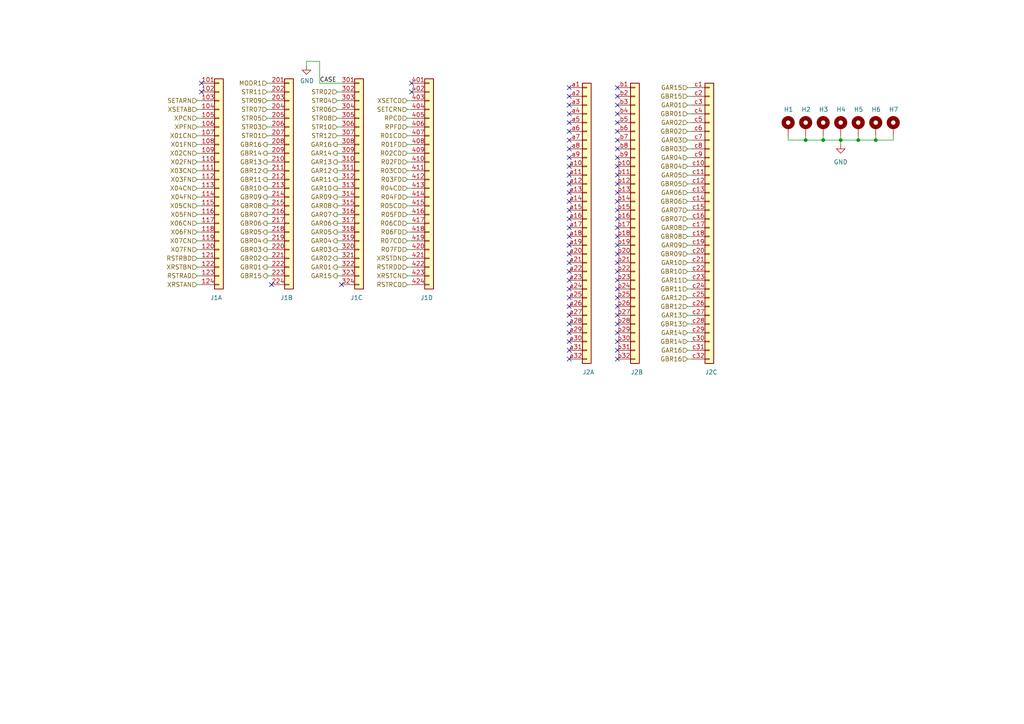
<source format=kicad_sch>
(kicad_sch (version 20211123) (generator eeschema)
  (paper "A4")
  (lib_symbols
    (symbol "Mechanical:MountingHole_Pad" (pin_numbers hide) (pin_names (offset 1.016) hide)
      (property "Reference" "H" (at 0 6.35 0))
      (property "Value" "MountingHole_Pad" (at 0 4.445 0))
      (symbol "MountingHole_Pad_0_1"
        (circle (center 0 1.27) (radius 1.27) (stroke (width 1.27)))
      )
      (symbol "MountingHole_Pad_1_1"
        (pin input line (at 0 -2.54 90) (length 2.54) (name "1") (number "1"))
      )
    )
    (symbol "lachesis:Conn_04x24" (pin_names (offset 1.016) hide)
      (property "Reference" "J" (at 0 30.48 0))
      (property "Value" "lachesis_Conn_04x24" (at 0 -33.02 0))
      (symbol "Conn_04x24_1_1"
        (rectangle (start -1.27 -30.353) (end 0 -30.607) (stroke (width 0.1524)))
        (rectangle (start -1.27 -27.813) (end 0 -28.067) (stroke (width 0.1524)))
        (rectangle (start -1.27 -25.273) (end 0 -25.527) (stroke (width 0.1524)))
        (rectangle (start -1.27 -22.733) (end 0 -22.987) (stroke (width 0.1524)))
        (rectangle (start -1.27 -20.193) (end 0 -20.447) (stroke (width 0.1524)))
        (rectangle (start -1.27 -17.653) (end 0 -17.907) (stroke (width 0.1524)))
        (rectangle (start -1.27 -15.113) (end 0 -15.367) (stroke (width 0.1524)))
        (rectangle (start -1.27 -12.573) (end 0 -12.827) (stroke (width 0.1524)))
        (rectangle (start -1.27 -10.033) (end 0 -10.287) (stroke (width 0.1524)))
        (rectangle (start -1.27 -7.493) (end 0 -7.747) (stroke (width 0.1524)))
        (rectangle (start -1.27 -4.953) (end 0 -5.207) (stroke (width 0.1524)))
        (rectangle (start -1.27 -2.413) (end 0 -2.667) (stroke (width 0.1524)))
        (rectangle (start -1.27 0.127) (end 0 -0.127) (stroke (width 0.1524)))
        (rectangle (start -1.27 2.667) (end 0 2.413) (stroke (width 0.1524)))
        (rectangle (start -1.27 5.207) (end 0 4.953) (stroke (width 0.1524)))
        (rectangle (start -1.27 7.747) (end 0 7.493) (stroke (width 0.1524)))
        (rectangle (start -1.27 10.287) (end 0 10.033) (stroke (width 0.1524)))
        (rectangle (start -1.27 12.827) (end 0 12.573) (stroke (width 0.1524)))
        (rectangle (start -1.27 15.367) (end 0 15.113) (stroke (width 0.1524)))
        (rectangle (start -1.27 17.907) (end 0 17.653) (stroke (width 0.1524)))
        (rectangle (start -1.27 20.447) (end 0 20.193) (stroke (width 0.1524)))
        (rectangle (start -1.27 22.987) (end 0 22.733) (stroke (width 0.1524)))
        (rectangle (start -1.27 25.527) (end 0 25.273) (stroke (width 0.1524)))
        (rectangle (start -1.27 28.067) (end 0 27.813) (stroke (width 0.1524)))
        (rectangle (start -1.27 29.21) (end 1.27 -31.75) (stroke (width 0.254)) (fill (type background)))
        (pin passive line (at -5.08 27.94 0) (length 3.81) (name "Pin_101") (number "101"))
        (pin passive line (at -5.08 25.4 0) (length 3.81) (name "Pin_102") (number "102"))
        (pin passive line (at -5.08 22.86 0) (length 3.81) (name "Pin_103") (number "103"))
        (pin passive line (at -5.08 20.32 0) (length 3.81) (name "Pin_104") (number "104"))
        (pin passive line (at -5.08 17.78 0) (length 3.81) (name "Pin_105") (number "105"))
        (pin passive line (at -5.08 15.24 0) (length 3.81) (name "Pin_106") (number "106"))
        (pin passive line (at -5.08 12.7 0) (length 3.81) (name "Pin_107") (number "107"))
        (pin passive line (at -5.08 10.16 0) (length 3.81) (name "Pin_108") (number "108"))
        (pin passive line (at -5.08 7.62 0) (length 3.81) (name "Pin_109") (number "109"))
        (pin passive line (at -5.08 5.08 0) (length 3.81) (name "Pin_110") (number "110"))
        (pin passive line (at -5.08 2.54 0) (length 3.81) (name "Pin_111") (number "111"))
        (pin passive line (at -5.08 0 0) (length 3.81) (name "Pin_112") (number "112"))
        (pin passive line (at -5.08 -2.54 0) (length 3.81) (name "Pin_113") (number "113"))
        (pin passive line (at -5.08 -5.08 0) (length 3.81) (name "Pin_114") (number "114"))
        (pin passive line (at -5.08 -7.62 0) (length 3.81) (name "Pin_115") (number "115"))
        (pin passive line (at -5.08 -10.16 0) (length 3.81) (name "Pin_116") (number "116"))
        (pin passive line (at -5.08 -12.7 0) (length 3.81) (name "Pin_117") (number "117"))
        (pin passive line (at -5.08 -15.24 0) (length 3.81) (name "Pin_118") (number "118"))
        (pin passive line (at -5.08 -17.78 0) (length 3.81) (name "Pin_119") (number "119"))
        (pin passive line (at -5.08 -20.32 0) (length 3.81) (name "Pin_120") (number "120"))
        (pin passive line (at -5.08 -22.86 0) (length 3.81) (name "Pin_121") (number "121"))
        (pin passive line (at -5.08 -25.4 0) (length 3.81) (name "Pin_122") (number "122"))
        (pin passive line (at -5.08 -27.94 0) (length 3.81) (name "Pin_123") (number "123"))
        (pin passive line (at -5.08 -30.48 0) (length 3.81) (name "Pin_124") (number "124"))
      )
      (symbol "Conn_04x24_2_1"
        (rectangle (start -1.27 -30.353) (end 0 -30.607) (stroke (width 0.1524)))
        (rectangle (start -1.27 -27.813) (end 0 -28.067) (stroke (width 0.1524)))
        (rectangle (start -1.27 -25.273) (end 0 -25.527) (stroke (width 0.1524)))
        (rectangle (start -1.27 -22.733) (end 0 -22.987) (stroke (width 0.1524)))
        (rectangle (start -1.27 -20.193) (end 0 -20.447) (stroke (width 0.1524)))
        (rectangle (start -1.27 -17.653) (end 0 -17.907) (stroke (width 0.1524)))
        (rectangle (start -1.27 -15.113) (end 0 -15.367) (stroke (width 0.1524)))
        (rectangle (start -1.27 -12.573) (end 0 -12.827) (stroke (width 0.1524)))
        (rectangle (start -1.27 -10.033) (end 0 -10.287) (stroke (width 0.1524)))
        (rectangle (start -1.27 -7.493) (end 0 -7.747) (stroke (width 0.1524)))
        (rectangle (start -1.27 -4.953) (end 0 -5.207) (stroke (width 0.1524)))
        (rectangle (start -1.27 -2.413) (end 0 -2.667) (stroke (width 0.1524)))
        (rectangle (start -1.27 0.127) (end 0 -0.127) (stroke (width 0.1524)))
        (rectangle (start -1.27 2.667) (end 0 2.413) (stroke (width 0.1524)))
        (rectangle (start -1.27 5.207) (end 0 4.953) (stroke (width 0.1524)))
        (rectangle (start -1.27 7.747) (end 0 7.493) (stroke (width 0.1524)))
        (rectangle (start -1.27 10.287) (end 0 10.033) (stroke (width 0.1524)))
        (rectangle (start -1.27 12.827) (end 0 12.573) (stroke (width 0.1524)))
        (rectangle (start -1.27 15.367) (end 0 15.113) (stroke (width 0.1524)))
        (rectangle (start -1.27 17.907) (end 0 17.653) (stroke (width 0.1524)))
        (rectangle (start -1.27 20.447) (end 0 20.193) (stroke (width 0.1524)))
        (rectangle (start -1.27 22.987) (end 0 22.733) (stroke (width 0.1524)))
        (rectangle (start -1.27 25.527) (end 0 25.273) (stroke (width 0.1524)))
        (rectangle (start -1.27 28.067) (end 0 27.813) (stroke (width 0.1524)))
        (rectangle (start -1.27 29.21) (end 1.27 -31.75) (stroke (width 0.254)) (fill (type background)))
        (pin passive line (at -5.08 27.94 0) (length 3.81) (name "Pin_201") (number "201"))
        (pin passive line (at -5.08 25.4 0) (length 3.81) (name "Pin_202") (number "202"))
        (pin passive line (at -5.08 22.86 0) (length 3.81) (name "Pin_203") (number "203"))
        (pin passive line (at -5.08 20.32 0) (length 3.81) (name "Pin_204") (number "204"))
        (pin passive line (at -5.08 17.78 0) (length 3.81) (name "Pin_205") (number "205"))
        (pin passive line (at -5.08 15.24 0) (length 3.81) (name "Pin_206") (number "206"))
        (pin passive line (at -5.08 12.7 0) (length 3.81) (name "Pin_207") (number "207"))
        (pin passive line (at -5.08 10.16 0) (length 3.81) (name "Pin_208") (number "208"))
        (pin passive line (at -5.08 7.62 0) (length 3.81) (name "Pin_209") (number "209"))
        (pin passive line (at -5.08 5.08 0) (length 3.81) (name "Pin_210") (number "210"))
        (pin passive line (at -5.08 2.54 0) (length 3.81) (name "Pin_211") (number "211"))
        (pin passive line (at -5.08 0 0) (length 3.81) (name "Pin_212") (number "212"))
        (pin passive line (at -5.08 -2.54 0) (length 3.81) (name "Pin_213") (number "213"))
        (pin passive line (at -5.08 -5.08 0) (length 3.81) (name "Pin_214") (number "214"))
        (pin passive line (at -5.08 -7.62 0) (length 3.81) (name "Pin_215") (number "215"))
        (pin passive line (at -5.08 -10.16 0) (length 3.81) (name "Pin_216") (number "216"))
        (pin passive line (at -5.08 -12.7 0) (length 3.81) (name "Pin_217") (number "217"))
        (pin passive line (at -5.08 -15.24 0) (length 3.81) (name "Pin_218") (number "218"))
        (pin passive line (at -5.08 -17.78 0) (length 3.81) (name "Pin_219") (number "219"))
        (pin passive line (at -5.08 -20.32 0) (length 3.81) (name "Pin_220") (number "220"))
        (pin passive line (at -5.08 -22.86 0) (length 3.81) (name "Pin_221") (number "221"))
        (pin passive line (at -5.08 -25.4 0) (length 3.81) (name "Pin_222") (number "222"))
        (pin passive line (at -5.08 -27.94 0) (length 3.81) (name "Pin_223") (number "223"))
        (pin passive line (at -5.08 -30.48 0) (length 3.81) (name "Pin_224") (number "224"))
      )
      (symbol "Conn_04x24_3_1"
        (rectangle (start -1.27 -30.353) (end 0 -30.607) (stroke (width 0.1524)))
        (rectangle (start -1.27 -27.813) (end 0 -28.067) (stroke (width 0.1524)))
        (rectangle (start -1.27 -25.273) (end 0 -25.527) (stroke (width 0.1524)))
        (rectangle (start -1.27 -22.733) (end 0 -22.987) (stroke (width 0.1524)))
        (rectangle (start -1.27 -20.193) (end 0 -20.447) (stroke (width 0.1524)))
        (rectangle (start -1.27 -17.653) (end 0 -17.907) (stroke (width 0.1524)))
        (rectangle (start -1.27 -15.113) (end 0 -15.367) (stroke (width 0.1524)))
        (rectangle (start -1.27 -12.573) (end 0 -12.827) (stroke (width 0.1524)))
        (rectangle (start -1.27 -10.033) (end 0 -10.287) (stroke (width 0.1524)))
        (rectangle (start -1.27 -7.493) (end 0 -7.747) (stroke (width 0.1524)))
        (rectangle (start -1.27 -4.953) (end 0 -5.207) (stroke (width 0.1524)))
        (rectangle (start -1.27 -2.413) (end 0 -2.667) (stroke (width 0.1524)))
        (rectangle (start -1.27 0.127) (end 0 -0.127) (stroke (width 0.1524)))
        (rectangle (start -1.27 2.667) (end 0 2.413) (stroke (width 0.1524)))
        (rectangle (start -1.27 5.207) (end 0 4.953) (stroke (width 0.1524)))
        (rectangle (start -1.27 7.747) (end 0 7.493) (stroke (width 0.1524)))
        (rectangle (start -1.27 10.287) (end 0 10.033) (stroke (width 0.1524)))
        (rectangle (start -1.27 12.827) (end 0 12.573) (stroke (width 0.1524)))
        (rectangle (start -1.27 15.367) (end 0 15.113) (stroke (width 0.1524)))
        (rectangle (start -1.27 17.907) (end 0 17.653) (stroke (width 0.1524)))
        (rectangle (start -1.27 20.447) (end 0 20.193) (stroke (width 0.1524)))
        (rectangle (start -1.27 22.987) (end 0 22.733) (stroke (width 0.1524)))
        (rectangle (start -1.27 25.527) (end 0 25.273) (stroke (width 0.1524)))
        (rectangle (start -1.27 28.067) (end 0 27.813) (stroke (width 0.1524)))
        (rectangle (start -1.27 29.21) (end 1.27 -31.75) (stroke (width 0.254)) (fill (type background)))
        (pin passive line (at -5.08 27.94 0) (length 3.81) (name "Pin_301") (number "301"))
        (pin passive line (at -5.08 25.4 0) (length 3.81) (name "Pin_302") (number "302"))
        (pin passive line (at -5.08 22.86 0) (length 3.81) (name "Pin_303") (number "303"))
        (pin passive line (at -5.08 20.32 0) (length 3.81) (name "Pin_304") (number "304"))
        (pin passive line (at -5.08 17.78 0) (length 3.81) (name "Pin_305") (number "305"))
        (pin passive line (at -5.08 15.24 0) (length 3.81) (name "Pin_306") (number "306"))
        (pin passive line (at -5.08 12.7 0) (length 3.81) (name "Pin_307") (number "307"))
        (pin passive line (at -5.08 10.16 0) (length 3.81) (name "Pin_308") (number "308"))
        (pin passive line (at -5.08 7.62 0) (length 3.81) (name "Pin_309") (number "309"))
        (pin passive line (at -5.08 5.08 0) (length 3.81) (name "Pin_310") (number "310"))
        (pin passive line (at -5.08 2.54 0) (length 3.81) (name "Pin_311") (number "311"))
        (pin passive line (at -5.08 0 0) (length 3.81) (name "Pin_312") (number "312"))
        (pin passive line (at -5.08 -2.54 0) (length 3.81) (name "Pin_313") (number "313"))
        (pin passive line (at -5.08 -5.08 0) (length 3.81) (name "Pin_314") (number "314"))
        (pin passive line (at -5.08 -7.62 0) (length 3.81) (name "Pin_315") (number "315"))
        (pin passive line (at -5.08 -10.16 0) (length 3.81) (name "Pin_316") (number "316"))
        (pin passive line (at -5.08 -12.7 0) (length 3.81) (name "Pin_317") (number "317"))
        (pin passive line (at -5.08 -15.24 0) (length 3.81) (name "Pin_318") (number "318"))
        (pin passive line (at -5.08 -17.78 0) (length 3.81) (name "Pin_319") (number "319"))
        (pin passive line (at -5.08 -20.32 0) (length 3.81) (name "Pin_320") (number "320"))
        (pin passive line (at -5.08 -22.86 0) (length 3.81) (name "Pin_321") (number "321"))
        (pin passive line (at -5.08 -25.4 0) (length 3.81) (name "Pin_322") (number "322"))
        (pin passive line (at -5.08 -27.94 0) (length 3.81) (name "Pin_323") (number "323"))
        (pin passive line (at -5.08 -30.48 0) (length 3.81) (name "Pin_324") (number "324"))
      )
      (symbol "Conn_04x24_4_1"
        (rectangle (start -1.27 -30.353) (end 0 -30.607) (stroke (width 0.1524)))
        (rectangle (start -1.27 -27.813) (end 0 -28.067) (stroke (width 0.1524)))
        (rectangle (start -1.27 -25.273) (end 0 -25.527) (stroke (width 0.1524)))
        (rectangle (start -1.27 -22.733) (end 0 -22.987) (stroke (width 0.1524)))
        (rectangle (start -1.27 -20.193) (end 0 -20.447) (stroke (width 0.1524)))
        (rectangle (start -1.27 -17.653) (end 0 -17.907) (stroke (width 0.1524)))
        (rectangle (start -1.27 -15.113) (end 0 -15.367) (stroke (width 0.1524)))
        (rectangle (start -1.27 -12.573) (end 0 -12.827) (stroke (width 0.1524)))
        (rectangle (start -1.27 -10.033) (end 0 -10.287) (stroke (width 0.1524)))
        (rectangle (start -1.27 -7.493) (end 0 -7.747) (stroke (width 0.1524)))
        (rectangle (start -1.27 -4.953) (end 0 -5.207) (stroke (width 0.1524)))
        (rectangle (start -1.27 -2.413) (end 0 -2.667) (stroke (width 0.1524)))
        (rectangle (start -1.27 0.127) (end 0 -0.127) (stroke (width 0.1524)))
        (rectangle (start -1.27 2.667) (end 0 2.413) (stroke (width 0.1524)))
        (rectangle (start -1.27 5.207) (end 0 4.953) (stroke (width 0.1524)))
        (rectangle (start -1.27 7.747) (end 0 7.493) (stroke (width 0.1524)))
        (rectangle (start -1.27 10.287) (end 0 10.033) (stroke (width 0.1524)))
        (rectangle (start -1.27 12.827) (end 0 12.573) (stroke (width 0.1524)))
        (rectangle (start -1.27 15.367) (end 0 15.113) (stroke (width 0.1524)))
        (rectangle (start -1.27 17.907) (end 0 17.653) (stroke (width 0.1524)))
        (rectangle (start -1.27 20.447) (end 0 20.193) (stroke (width 0.1524)))
        (rectangle (start -1.27 22.987) (end 0 22.733) (stroke (width 0.1524)))
        (rectangle (start -1.27 25.527) (end 0 25.273) (stroke (width 0.1524)))
        (rectangle (start -1.27 28.067) (end 0 27.813) (stroke (width 0.1524)))
        (rectangle (start -1.27 29.21) (end 1.27 -31.75) (stroke (width 0.254)) (fill (type background)))
        (pin passive line (at -5.08 27.94 0) (length 3.81) (name "Pin_401") (number "401"))
        (pin passive line (at -5.08 25.4 0) (length 3.81) (name "Pin_402") (number "402"))
        (pin passive line (at -5.08 22.86 0) (length 3.81) (name "Pin_403") (number "403"))
        (pin passive line (at -5.08 20.32 0) (length 3.81) (name "Pin_404") (number "404"))
        (pin passive line (at -5.08 17.78 0) (length 3.81) (name "Pin_405") (number "405"))
        (pin passive line (at -5.08 15.24 0) (length 3.81) (name "Pin_406") (number "406"))
        (pin passive line (at -5.08 12.7 0) (length 3.81) (name "Pin_407") (number "407"))
        (pin passive line (at -5.08 10.16 0) (length 3.81) (name "Pin_408") (number "408"))
        (pin passive line (at -5.08 7.62 0) (length 3.81) (name "Pin_409") (number "409"))
        (pin passive line (at -5.08 5.08 0) (length 3.81) (name "Pin_410") (number "410"))
        (pin passive line (at -5.08 2.54 0) (length 3.81) (name "Pin_411") (number "411"))
        (pin passive line (at -5.08 0 0) (length 3.81) (name "Pin_412") (number "412"))
        (pin passive line (at -5.08 -2.54 0) (length 3.81) (name "Pin_413") (number "413"))
        (pin passive line (at -5.08 -5.08 0) (length 3.81) (name "Pin_414") (number "414"))
        (pin passive line (at -5.08 -7.62 0) (length 3.81) (name "Pin_415") (number "415"))
        (pin passive line (at -5.08 -10.16 0) (length 3.81) (name "Pin_416") (number "416"))
        (pin passive line (at -5.08 -12.7 0) (length 3.81) (name "Pin_417") (number "417"))
        (pin passive line (at -5.08 -15.24 0) (length 3.81) (name "Pin_418") (number "418"))
        (pin passive line (at -5.08 -17.78 0) (length 3.81) (name "Pin_419") (number "419"))
        (pin passive line (at -5.08 -20.32 0) (length 3.81) (name "Pin_420") (number "420"))
        (pin passive line (at -5.08 -22.86 0) (length 3.81) (name "Pin_421") (number "421"))
        (pin passive line (at -5.08 -25.4 0) (length 3.81) (name "Pin_422") (number "422"))
        (pin passive line (at -5.08 -27.94 0) (length 3.81) (name "Pin_423") (number "423"))
        (pin passive line (at -5.08 -30.48 0) (length 3.81) (name "Pin_424") (number "424"))
      )
    )
    (symbol "lachesis:DIN41612_03x32_C" (pin_names (offset 1.016) hide)
      (property "Reference" "J" (at 0 30.48 0))
      (property "Value" "lachesis_DIN41612_03x32_C" (at 0 -53.34 0))
      (symbol "DIN41612_03x32_C_0_1"
        (rectangle (start -1.27 29.21) (end 1.27 -52.07) (stroke (width 0.254)) (fill (type background)))
      )
      (symbol "DIN41612_03x32_C_1_1"
        (rectangle (start -1.27 -50.673) (end 0 -50.927) (stroke (width 0.1524)))
        (rectangle (start -1.27 -48.133) (end 0 -48.387) (stroke (width 0.1524)))
        (rectangle (start -1.27 -45.593) (end 0 -45.847) (stroke (width 0.1524)))
        (rectangle (start -1.27 -43.053) (end 0 -43.307) (stroke (width 0.1524)))
        (rectangle (start -1.27 -40.513) (end 0 -40.767) (stroke (width 0.1524)))
        (rectangle (start -1.27 -37.973) (end 0 -38.227) (stroke (width 0.1524)))
        (rectangle (start -1.27 -35.433) (end 0 -35.687) (stroke (width 0.1524)))
        (rectangle (start -1.27 -32.893) (end 0 -33.147) (stroke (width 0.1524)))
        (rectangle (start -1.27 -30.353) (end 0 -30.607) (stroke (width 0.1524)))
        (rectangle (start -1.27 -27.813) (end 0 -28.067) (stroke (width 0.1524)))
        (rectangle (start -1.27 -25.273) (end 0 -25.527) (stroke (width 0.1524)))
        (rectangle (start -1.27 -22.733) (end 0 -22.987) (stroke (width 0.1524)))
        (rectangle (start -1.27 -20.193) (end 0 -20.447) (stroke (width 0.1524)))
        (rectangle (start -1.27 -17.653) (end 0 -17.907) (stroke (width 0.1524)))
        (rectangle (start -1.27 -15.113) (end 0 -15.367) (stroke (width 0.1524)))
        (rectangle (start -1.27 -12.573) (end 0 -12.827) (stroke (width 0.1524)))
        (rectangle (start -1.27 -10.033) (end 0 -10.287) (stroke (width 0.1524)))
        (rectangle (start -1.27 -7.493) (end 0 -7.747) (stroke (width 0.1524)))
        (rectangle (start -1.27 -4.953) (end 0 -5.207) (stroke (width 0.1524)))
        (rectangle (start -1.27 -2.413) (end 0 -2.667) (stroke (width 0.1524)))
        (rectangle (start -1.27 0.127) (end 0 -0.127) (stroke (width 0.1524)))
        (rectangle (start -1.27 2.667) (end 0 2.413) (stroke (width 0.1524)))
        (rectangle (start -1.27 5.207) (end 0 4.953) (stroke (width 0.1524)))
        (rectangle (start -1.27 7.747) (end 0 7.493) (stroke (width 0.1524)))
        (rectangle (start -1.27 10.287) (end 0 10.033) (stroke (width 0.1524)))
        (rectangle (start -1.27 12.827) (end 0 12.573) (stroke (width 0.1524)))
        (rectangle (start -1.27 15.367) (end 0 15.113) (stroke (width 0.1524)))
        (rectangle (start -1.27 17.907) (end 0 17.653) (stroke (width 0.1524)))
        (rectangle (start -1.27 20.447) (end 0 20.193) (stroke (width 0.1524)))
        (rectangle (start -1.27 22.987) (end 0 22.733) (stroke (width 0.1524)))
        (rectangle (start -1.27 25.527) (end 0 25.273) (stroke (width 0.1524)))
        (rectangle (start -1.27 28.067) (end 0 27.813) (stroke (width 0.1524)))
        (pin passive line (at -5.08 27.94 0) (length 3.81) (name "~") (number "a1"))
        (pin passive line (at -5.08 5.08 0) (length 3.81) (name "~") (number "a10"))
        (pin passive line (at -5.08 2.54 0) (length 3.81) (name "~") (number "a11"))
        (pin passive line (at -5.08 0 0) (length 3.81) (name "~") (number "a12"))
        (pin passive line (at -5.08 -2.54 0) (length 3.81) (name "~") (number "a13"))
        (pin passive line (at -5.08 -5.08 0) (length 3.81) (name "~") (number "a14"))
        (pin passive line (at -5.08 -7.62 0) (length 3.81) (name "~") (number "a15"))
        (pin passive line (at -5.08 -10.16 0) (length 3.81) (name "~") (number "a16"))
        (pin passive line (at -5.08 -12.7 0) (length 3.81) (name "~") (number "a17"))
        (pin passive line (at -5.08 -15.24 0) (length 3.81) (name "~") (number "a18"))
        (pin passive line (at -5.08 -17.78 0) (length 3.81) (name "~") (number "a19"))
        (pin passive line (at -5.08 25.4 0) (length 3.81) (name "~") (number "a2"))
        (pin passive line (at -5.08 -20.32 0) (length 3.81) (name "~") (number "a20"))
        (pin passive line (at -5.08 -22.86 0) (length 3.81) (name "~") (number "a21"))
        (pin passive line (at -5.08 -25.4 0) (length 3.81) (name "~") (number "a22"))
        (pin passive line (at -5.08 -27.94 0) (length 3.81) (name "~") (number "a23"))
        (pin passive line (at -5.08 -30.48 0) (length 3.81) (name "~") (number "a24"))
        (pin passive line (at -5.08 -33.02 0) (length 3.81) (name "~") (number "a25"))
        (pin passive line (at -5.08 -35.56 0) (length 3.81) (name "~") (number "a26"))
        (pin passive line (at -5.08 -38.1 0) (length 3.81) (name "~") (number "a27"))
        (pin passive line (at -5.08 -40.64 0) (length 3.81) (name "~") (number "a28"))
        (pin passive line (at -5.08 -43.18 0) (length 3.81) (name "~") (number "a29"))
        (pin passive line (at -5.08 22.86 0) (length 3.81) (name "~") (number "a3"))
        (pin passive line (at -5.08 -45.72 0) (length 3.81) (name "~") (number "a30"))
        (pin passive line (at -5.08 -48.26 0) (length 3.81) (name "~") (number "a31"))
        (pin passive line (at -5.08 -50.8 0) (length 3.81) (name "~") (number "a32"))
        (pin passive line (at -5.08 20.32 0) (length 3.81) (name "~") (number "a4"))
        (pin passive line (at -5.08 17.78 0) (length 3.81) (name "~") (number "a5"))
        (pin passive line (at -5.08 15.24 0) (length 3.81) (name "~") (number "a6"))
        (pin passive line (at -5.08 12.7 0) (length 3.81) (name "~") (number "a7"))
        (pin passive line (at -5.08 10.16 0) (length 3.81) (name "~") (number "a8"))
        (pin passive line (at -5.08 7.62 0) (length 3.81) (name "~") (number "a9"))
      )
      (symbol "DIN41612_03x32_C_2_1"
        (rectangle (start -1.27 -50.673) (end 0 -50.927) (stroke (width 0.1524)))
        (rectangle (start -1.27 -48.133) (end 0 -48.387) (stroke (width 0.1524)))
        (rectangle (start -1.27 -45.593) (end 0 -45.847) (stroke (width 0.1524)))
        (rectangle (start -1.27 -43.053) (end 0 -43.307) (stroke (width 0.1524)))
        (rectangle (start -1.27 -40.513) (end 0 -40.767) (stroke (width 0.1524)))
        (rectangle (start -1.27 -37.973) (end 0 -38.227) (stroke (width 0.1524)))
        (rectangle (start -1.27 -35.433) (end 0 -35.687) (stroke (width 0.1524)))
        (rectangle (start -1.27 -32.893) (end 0 -33.147) (stroke (width 0.1524)))
        (rectangle (start -1.27 -30.353) (end 0 -30.607) (stroke (width 0.1524)))
        (rectangle (start -1.27 -27.813) (end 0 -28.067) (stroke (width 0.1524)))
        (rectangle (start -1.27 -25.273) (end 0 -25.527) (stroke (width 0.1524)))
        (rectangle (start -1.27 -22.733) (end 0 -22.987) (stroke (width 0.1524)))
        (rectangle (start -1.27 -20.193) (end 0 -20.447) (stroke (width 0.1524)))
        (rectangle (start -1.27 -17.653) (end 0 -17.907) (stroke (width 0.1524)))
        (rectangle (start -1.27 -15.113) (end 0 -15.367) (stroke (width 0.1524)))
        (rectangle (start -1.27 -12.573) (end 0 -12.827) (stroke (width 0.1524)))
        (rectangle (start -1.27 -10.033) (end 0 -10.287) (stroke (width 0.1524)))
        (rectangle (start -1.27 -7.493) (end 0 -7.747) (stroke (width 0.1524)))
        (rectangle (start -1.27 -4.953) (end 0 -5.207) (stroke (width 0.1524)))
        (rectangle (start -1.27 -2.413) (end 0 -2.667) (stroke (width 0.1524)))
        (rectangle (start -1.27 0.127) (end 0 -0.127) (stroke (width 0.1524)))
        (rectangle (start -1.27 2.667) (end 0 2.413) (stroke (width 0.1524)))
        (rectangle (start -1.27 5.207) (end 0 4.953) (stroke (width 0.1524)))
        (rectangle (start -1.27 7.747) (end 0 7.493) (stroke (width 0.1524)))
        (rectangle (start -1.27 10.287) (end 0 10.033) (stroke (width 0.1524)))
        (rectangle (start -1.27 12.827) (end 0 12.573) (stroke (width 0.1524)))
        (rectangle (start -1.27 15.367) (end 0 15.113) (stroke (width 0.1524)))
        (rectangle (start -1.27 17.907) (end 0 17.653) (stroke (width 0.1524)))
        (rectangle (start -1.27 20.447) (end 0 20.193) (stroke (width 0.1524)))
        (rectangle (start -1.27 22.987) (end 0 22.733) (stroke (width 0.1524)))
        (rectangle (start -1.27 25.527) (end 0 25.273) (stroke (width 0.1524)))
        (rectangle (start -1.27 28.067) (end 0 27.813) (stroke (width 0.1524)))
        (pin passive line (at -5.08 27.94 0) (length 3.81) (name "~") (number "b1"))
        (pin passive line (at -5.08 5.08 0) (length 3.81) (name "~") (number "b10"))
        (pin passive line (at -5.08 2.54 0) (length 3.81) (name "~") (number "b11"))
        (pin passive line (at -5.08 0 0) (length 3.81) (name "~") (number "b12"))
        (pin passive line (at -5.08 -2.54 0) (length 3.81) (name "~") (number "b13"))
        (pin passive line (at -5.08 -5.08 0) (length 3.81) (name "~") (number "b14"))
        (pin passive line (at -5.08 -7.62 0) (length 3.81) (name "~") (number "b15"))
        (pin passive line (at -5.08 -10.16 0) (length 3.81) (name "~") (number "b16"))
        (pin passive line (at -5.08 -12.7 0) (length 3.81) (name "~") (number "b17"))
        (pin passive line (at -5.08 -15.24 0) (length 3.81) (name "~") (number "b18"))
        (pin passive line (at -5.08 -17.78 0) (length 3.81) (name "~") (number "b19"))
        (pin passive line (at -5.08 25.4 0) (length 3.81) (name "~") (number "b2"))
        (pin passive line (at -5.08 -20.32 0) (length 3.81) (name "~") (number "b20"))
        (pin passive line (at -5.08 -22.86 0) (length 3.81) (name "~") (number "b21"))
        (pin passive line (at -5.08 -25.4 0) (length 3.81) (name "~") (number "b22"))
        (pin passive line (at -5.08 -27.94 0) (length 3.81) (name "~") (number "b23"))
        (pin passive line (at -5.08 -30.48 0) (length 3.81) (name "~") (number "b24"))
        (pin passive line (at -5.08 -33.02 0) (length 3.81) (name "~") (number "b25"))
        (pin passive line (at -5.08 -35.56 0) (length 3.81) (name "~") (number "b26"))
        (pin passive line (at -5.08 -38.1 0) (length 3.81) (name "~") (number "b27"))
        (pin passive line (at -5.08 -40.64 0) (length 3.81) (name "~") (number "b28"))
        (pin passive line (at -5.08 -43.18 0) (length 3.81) (name "~") (number "b29"))
        (pin passive line (at -5.08 22.86 0) (length 3.81) (name "~") (number "b3"))
        (pin passive line (at -5.08 -45.72 0) (length 3.81) (name "~") (number "b30"))
        (pin passive line (at -5.08 -48.26 0) (length 3.81) (name "~") (number "b31"))
        (pin passive line (at -5.08 -50.8 0) (length 3.81) (name "~") (number "b32"))
        (pin passive line (at -5.08 20.32 0) (length 3.81) (name "~") (number "b4"))
        (pin passive line (at -5.08 17.78 0) (length 3.81) (name "~") (number "b5"))
        (pin passive line (at -5.08 15.24 0) (length 3.81) (name "~") (number "b6"))
        (pin passive line (at -5.08 12.7 0) (length 3.81) (name "~") (number "b7"))
        (pin passive line (at -5.08 10.16 0) (length 3.81) (name "~") (number "b8"))
        (pin passive line (at -5.08 7.62 0) (length 3.81) (name "~") (number "b9"))
      )
      (symbol "DIN41612_03x32_C_3_1"
        (rectangle (start -1.27 -50.673) (end 0 -50.927) (stroke (width 0.1524)))
        (rectangle (start -1.27 -48.133) (end 0 -48.387) (stroke (width 0.1524)))
        (rectangle (start -1.27 -45.593) (end 0 -45.847) (stroke (width 0.1524)))
        (rectangle (start -1.27 -43.053) (end 0 -43.307) (stroke (width 0.1524)))
        (rectangle (start -1.27 -40.513) (end 0 -40.767) (stroke (width 0.1524)))
        (rectangle (start -1.27 -37.973) (end 0 -38.227) (stroke (width 0.1524)))
        (rectangle (start -1.27 -35.433) (end 0 -35.687) (stroke (width 0.1524)))
        (rectangle (start -1.27 -32.893) (end 0 -33.147) (stroke (width 0.1524)))
        (rectangle (start -1.27 -30.353) (end 0 -30.607) (stroke (width 0.1524)))
        (rectangle (start -1.27 -27.813) (end 0 -28.067) (stroke (width 0.1524)))
        (rectangle (start -1.27 -25.273) (end 0 -25.527) (stroke (width 0.1524)))
        (rectangle (start -1.27 -22.733) (end 0 -22.987) (stroke (width 0.1524)))
        (rectangle (start -1.27 -20.193) (end 0 -20.447) (stroke (width 0.1524)))
        (rectangle (start -1.27 -17.653) (end 0 -17.907) (stroke (width 0.1524)))
        (rectangle (start -1.27 -15.113) (end 0 -15.367) (stroke (width 0.1524)))
        (rectangle (start -1.27 -12.573) (end 0 -12.827) (stroke (width 0.1524)))
        (rectangle (start -1.27 -10.033) (end 0 -10.287) (stroke (width 0.1524)))
        (rectangle (start -1.27 -7.493) (end 0 -7.747) (stroke (width 0.1524)))
        (rectangle (start -1.27 -4.953) (end 0 -5.207) (stroke (width 0.1524)))
        (rectangle (start -1.27 -2.413) (end 0 -2.667) (stroke (width 0.1524)))
        (rectangle (start -1.27 0.127) (end 0 -0.127) (stroke (width 0.1524)))
        (rectangle (start -1.27 2.667) (end 0 2.413) (stroke (width 0.1524)))
        (rectangle (start -1.27 5.207) (end 0 4.953) (stroke (width 0.1524)))
        (rectangle (start -1.27 7.747) (end 0 7.493) (stroke (width 0.1524)))
        (rectangle (start -1.27 10.287) (end 0 10.033) (stroke (width 0.1524)))
        (rectangle (start -1.27 12.827) (end 0 12.573) (stroke (width 0.1524)))
        (rectangle (start -1.27 15.367) (end 0 15.113) (stroke (width 0.1524)))
        (rectangle (start -1.27 17.907) (end 0 17.653) (stroke (width 0.1524)))
        (rectangle (start -1.27 20.447) (end 0 20.193) (stroke (width 0.1524)))
        (rectangle (start -1.27 22.987) (end 0 22.733) (stroke (width 0.1524)))
        (rectangle (start -1.27 25.527) (end 0 25.273) (stroke (width 0.1524)))
        (rectangle (start -1.27 28.067) (end 0 27.813) (stroke (width 0.1524)))
        (pin passive line (at -5.08 27.94 0) (length 3.81) (name "~") (number "c1"))
        (pin passive line (at -5.08 5.08 0) (length 3.81) (name "~") (number "c10"))
        (pin passive line (at -5.08 2.54 0) (length 3.81) (name "~") (number "c11"))
        (pin passive line (at -5.08 0 0) (length 3.81) (name "~") (number "c12"))
        (pin passive line (at -5.08 -2.54 0) (length 3.81) (name "~") (number "c13"))
        (pin passive line (at -5.08 -5.08 0) (length 3.81) (name "~") (number "c14"))
        (pin passive line (at -5.08 -7.62 0) (length 3.81) (name "~") (number "c15"))
        (pin passive line (at -5.08 -10.16 0) (length 3.81) (name "~") (number "c16"))
        (pin passive line (at -5.08 -12.7 0) (length 3.81) (name "~") (number "c17"))
        (pin passive line (at -5.08 -15.24 0) (length 3.81) (name "~") (number "c18"))
        (pin passive line (at -5.08 -17.78 0) (length 3.81) (name "~") (number "c19"))
        (pin passive line (at -5.08 25.4 0) (length 3.81) (name "~") (number "c2"))
        (pin passive line (at -5.08 -20.32 0) (length 3.81) (name "~") (number "c20"))
        (pin passive line (at -5.08 -22.86 0) (length 3.81) (name "~") (number "c21"))
        (pin passive line (at -5.08 -25.4 0) (length 3.81) (name "~") (number "c22"))
        (pin passive line (at -5.08 -27.94 0) (length 3.81) (name "~") (number "c23"))
        (pin passive line (at -5.08 -30.48 0) (length 3.81) (name "~") (number "c24"))
        (pin passive line (at -5.08 -33.02 0) (length 3.81) (name "~") (number "c25"))
        (pin passive line (at -5.08 -35.56 0) (length 3.81) (name "~") (number "c26"))
        (pin passive line (at -5.08 -38.1 0) (length 3.81) (name "~") (number "c27"))
        (pin passive line (at -5.08 -40.64 0) (length 3.81) (name "~") (number "c28"))
        (pin passive line (at -5.08 -43.18 0) (length 3.81) (name "~") (number "c29"))
        (pin passive line (at -5.08 22.86 0) (length 3.81) (name "~") (number "c3"))
        (pin passive line (at -5.08 -45.72 0) (length 3.81) (name "~") (number "c30"))
        (pin passive line (at -5.08 -48.26 0) (length 3.81) (name "~") (number "c31"))
        (pin passive line (at -5.08 -50.8 0) (length 3.81) (name "~") (number "c32"))
        (pin passive line (at -5.08 20.32 0) (length 3.81) (name "~") (number "c4"))
        (pin passive line (at -5.08 17.78 0) (length 3.81) (name "~") (number "c5"))
        (pin passive line (at -5.08 15.24 0) (length 3.81) (name "~") (number "c6"))
        (pin passive line (at -5.08 12.7 0) (length 3.81) (name "~") (number "c7"))
        (pin passive line (at -5.08 10.16 0) (length 3.81) (name "~") (number "c8"))
        (pin passive line (at -5.08 7.62 0) (length 3.81) (name "~") (number "c9"))
      )
    )
    (symbol "power:GND" (power) (pin_names (offset 0))
      (property "Value" "GND" (at 0 -3.81 0))
      (symbol "GND_0_1"
        (polyline (pts (xy 0 0) (xy 0 -1.27) (xy 1.27 -1.27) (xy 0 -2.54) (xy -1.27 -1.27) (xy 0 -1.27)))
      )
      (symbol "GND_1_1"
        (pin power_in line (at 0 0 270) (length 0) hide (name "GND") (number "1"))
      )
    )
  )
  (junction (at 238.76 40.64))
  (junction (at 254 40.64))
  (junction (at 248.92 40.64))
  (junction (at 243.84 40.64))
  (junction (at 233.68 40.64))
  (no_connect (at 179.07 43.18))
  (no_connect (at 58.42 24.13))
  (no_connect (at 165.1 45.72))
  (no_connect (at 165.1 83.82))
  (no_connect (at 179.07 78.74))
  (no_connect (at 165.1 104.14))
  (no_connect (at 179.07 99.06))
  (no_connect (at 179.07 60.96))
  (no_connect (at 179.07 104.14))
  (no_connect (at 179.07 58.42))
  (no_connect (at 165.1 60.96))
  (no_connect (at 179.07 38.1))
  (no_connect (at 165.1 35.56))
  (no_connect (at 165.1 40.64))
  (no_connect (at 179.07 91.44))
  (no_connect (at 165.1 33.02))
  (no_connect (at 165.1 78.74))
  (no_connect (at 179.07 81.28))
  (no_connect (at 165.1 88.9))
  (no_connect (at 179.07 88.9))
  (no_connect (at 179.07 30.48))
  (no_connect (at 179.07 93.98))
  (no_connect (at 179.07 73.66))
  (no_connect (at 165.1 71.12))
  (no_connect (at 165.1 63.5))
  (no_connect (at 165.1 30.48))
  (no_connect (at 179.07 25.4))
  (no_connect (at 165.1 91.44))
  (no_connect (at 165.1 55.88))
  (no_connect (at 165.1 48.26))
  (no_connect (at 179.07 83.82))
  (no_connect (at 165.1 76.2))
  (no_connect (at 165.1 58.42))
  (no_connect (at 119.38 24.13))
  (no_connect (at 179.07 40.64))
  (no_connect (at 165.1 27.94))
  (no_connect (at 165.1 101.6))
  (no_connect (at 165.1 50.8))
  (no_connect (at 165.1 38.1))
  (no_connect (at 179.07 33.02))
  (no_connect (at 179.07 45.72))
  (no_connect (at 165.1 99.06))
  (no_connect (at 179.07 86.36))
  (no_connect (at 58.42 26.67))
  (no_connect (at 165.1 53.34))
  (no_connect (at 179.07 101.6))
  (no_connect (at 179.07 66.04))
  (no_connect (at 165.1 43.18))
  (no_connect (at 179.07 35.56))
  (no_connect (at 165.1 93.98))
  (no_connect (at 165.1 86.36))
  (no_connect (at 179.07 53.34))
  (no_connect (at 179.07 68.58))
  (no_connect (at 179.07 27.94))
  (no_connect (at 179.07 76.2))
  (no_connect (at 165.1 25.4))
  (no_connect (at 99.06 82.55))
  (no_connect (at 165.1 81.28))
  (no_connect (at 179.07 48.26))
  (no_connect (at 179.07 55.88))
  (no_connect (at 78.74 82.55))
  (no_connect (at 179.07 96.52))
  (no_connect (at 165.1 66.04))
  (no_connect (at 179.07 50.8))
  (no_connect (at 119.38 26.67))
  (no_connect (at 179.07 63.5))
  (no_connect (at 165.1 73.66))
  (no_connect (at 179.07 71.12))
  (no_connect (at 165.1 96.52))
  (no_connect (at 165.1 68.58))
  (wire (pts (xy 78.74 77.47) (xy 77.47 77.47)))
  (wire (pts (xy 200.66 88.9) (xy 199.39 88.9)))
  (wire (pts (xy 233.68 40.64) (xy 238.76 40.64)))
  (wire (pts (xy 99.06 29.21) (xy 97.79 29.21)))
  (wire (pts (xy 243.84 40.64) (xy 243.84 41.91)))
  (wire (pts (xy 99.06 77.47) (xy 97.79 77.47)))
  (wire (pts (xy 119.38 34.29) (xy 118.11 34.29)))
  (wire (pts (xy 99.06 57.15) (xy 97.79 57.15)))
  (wire (pts (xy 99.06 41.91) (xy 97.79 41.91)))
  (wire (pts (xy 119.38 62.23) (xy 118.11 62.23)))
  (wire (pts (xy 58.42 36.83) (xy 57.15 36.83)))
  (wire (pts (xy 200.66 86.36) (xy 199.39 86.36)))
  (wire (pts (xy 200.66 83.82) (xy 199.39 83.82)))
  (wire (pts (xy 99.06 49.53) (xy 97.79 49.53)))
  (wire (pts (xy 200.66 35.56) (xy 199.39 35.56)))
  (wire (pts (xy 99.06 62.23) (xy 97.79 62.23)))
  (wire (pts (xy 200.66 81.28) (xy 199.39 81.28)))
  (wire (pts (xy 78.74 26.67) (xy 77.47 26.67)))
  (wire (pts (xy 200.66 91.44) (xy 199.39 91.44)))
  (wire (pts (xy 254 40.64) (xy 259.08 40.64)))
  (wire (pts (xy 78.74 62.23) (xy 77.47 62.23)))
  (wire (pts (xy 119.38 82.55) (xy 118.11 82.55)))
  (wire (pts (xy 58.42 67.31) (xy 57.15 67.31)))
  (wire (pts (xy 78.74 41.91) (xy 77.47 41.91)))
  (wire (pts (xy 78.74 80.01) (xy 77.47 80.01)))
  (wire (pts (xy 58.42 80.01) (xy 57.15 80.01)))
  (wire (pts (xy 58.42 77.47) (xy 57.15 77.47)))
  (wire (pts (xy 99.06 52.07) (xy 97.79 52.07)))
  (wire (pts (xy 58.42 31.75) (xy 57.15 31.75)))
  (wire (pts (xy 259.08 40.64) (xy 259.08 39.37)))
  (wire (pts (xy 78.74 74.93) (xy 77.47 74.93)))
  (wire (pts (xy 58.42 62.23) (xy 57.15 62.23)))
  (wire (pts (xy 200.66 78.74) (xy 199.39 78.74)))
  (wire (pts (xy 58.42 57.15) (xy 57.15 57.15)))
  (wire (pts (xy 78.74 39.37) (xy 77.47 39.37)))
  (wire (pts (xy 99.06 74.93) (xy 97.79 74.93)))
  (wire (pts (xy 233.68 39.37) (xy 233.68 40.64)))
  (wire (pts (xy 200.66 58.42) (xy 199.39 58.42)))
  (wire (pts (xy 58.42 82.55) (xy 57.15 82.55)))
  (wire (pts (xy 99.06 59.69) (xy 97.79 59.69)))
  (wire (pts (xy 78.74 59.69) (xy 77.47 59.69)))
  (wire (pts (xy 119.38 59.69) (xy 118.11 59.69)))
  (wire (pts (xy 248.92 40.64) (xy 254 40.64)))
  (wire (pts (xy 78.74 44.45) (xy 77.47 44.45)))
  (wire (pts (xy 78.74 49.53) (xy 77.47 49.53)))
  (wire (pts (xy 238.76 39.37) (xy 238.76 40.64)))
  (wire (pts (xy 58.42 59.69) (xy 57.15 59.69)))
  (wire (pts (xy 200.66 30.48) (xy 199.39 30.48)))
  (wire (pts (xy 99.06 39.37) (xy 97.79 39.37)))
  (wire (pts (xy 200.66 73.66) (xy 199.39 73.66)))
  (wire (pts (xy 119.38 72.39) (xy 118.11 72.39)))
  (wire (pts (xy 200.66 104.14) (xy 199.39 104.14)))
  (wire (pts (xy 119.38 74.93) (xy 118.11 74.93)))
  (wire (pts (xy 99.06 24.13) (xy 92.71 24.13)))
  (wire (pts (xy 200.66 48.26) (xy 199.39 48.26)))
  (wire (pts (xy 99.06 34.29) (xy 97.79 34.29)))
  (wire (pts (xy 78.74 36.83) (xy 77.47 36.83)))
  (wire (pts (xy 119.38 54.61) (xy 118.11 54.61)))
  (wire (pts (xy 119.38 67.31) (xy 118.11 67.31)))
  (wire (pts (xy 119.38 49.53) (xy 118.11 49.53)))
  (wire (pts (xy 78.74 29.21) (xy 77.47 29.21)))
  (wire (pts (xy 92.71 17.78) (xy 88.9 17.78)))
  (wire (pts (xy 254 39.37) (xy 254 40.64)))
  (wire (pts (xy 58.42 46.99) (xy 57.15 46.99)))
  (wire (pts (xy 99.06 46.99) (xy 97.79 46.99)))
  (wire (pts (xy 58.42 49.53) (xy 57.15 49.53)))
  (wire (pts (xy 99.06 80.01) (xy 97.79 80.01)))
  (wire (pts (xy 238.76 40.64) (xy 243.84 40.64)))
  (wire (pts (xy 243.84 40.64) (xy 248.92 40.64)))
  (wire (pts (xy 119.38 31.75) (xy 118.11 31.75)))
  (wire (pts (xy 200.66 43.18) (xy 199.39 43.18)))
  (wire (pts (xy 200.66 45.72) (xy 199.39 45.72)))
  (wire (pts (xy 78.74 24.13) (xy 77.47 24.13)))
  (wire (pts (xy 58.42 54.61) (xy 57.15 54.61)))
  (wire (pts (xy 119.38 57.15) (xy 118.11 57.15)))
  (wire (pts (xy 58.42 52.07) (xy 57.15 52.07)))
  (wire (pts (xy 78.74 54.61) (xy 77.47 54.61)))
  (wire (pts (xy 200.66 55.88) (xy 199.39 55.88)))
  (wire (pts (xy 99.06 31.75) (xy 97.79 31.75)))
  (wire (pts (xy 58.42 34.29) (xy 57.15 34.29)))
  (wire (pts (xy 78.74 64.77) (xy 77.47 64.77)))
  (wire (pts (xy 200.66 27.94) (xy 199.39 27.94)))
  (wire (pts (xy 88.9 17.78) (xy 88.9 19.05)))
  (wire (pts (xy 200.66 71.12) (xy 199.39 71.12)))
  (wire (pts (xy 200.66 53.34) (xy 199.39 53.34)))
  (wire (pts (xy 99.06 26.67) (xy 97.79 26.67)))
  (wire (pts (xy 248.92 39.37) (xy 248.92 40.64)))
  (wire (pts (xy 200.66 99.06) (xy 199.39 99.06)))
  (wire (pts (xy 78.74 34.29) (xy 77.47 34.29)))
  (wire (pts (xy 58.42 44.45) (xy 57.15 44.45)))
  (wire (pts (xy 200.66 66.04) (xy 199.39 66.04)))
  (wire (pts (xy 119.38 41.91) (xy 118.11 41.91)))
  (wire (pts (xy 58.42 64.77) (xy 57.15 64.77)))
  (wire (pts (xy 78.74 67.31) (xy 77.47 67.31)))
  (wire (pts (xy 200.66 101.6) (xy 199.39 101.6)))
  (wire (pts (xy 99.06 64.77) (xy 97.79 64.77)))
  (wire (pts (xy 119.38 77.47) (xy 118.11 77.47)))
  (wire (pts (xy 99.06 69.85) (xy 97.79 69.85)))
  (wire (pts (xy 200.66 25.4) (xy 199.39 25.4)))
  (wire (pts (xy 200.66 63.5) (xy 199.39 63.5)))
  (wire (pts (xy 119.38 29.21) (xy 118.11 29.21)))
  (wire (pts (xy 200.66 93.98) (xy 199.39 93.98)))
  (wire (pts (xy 200.66 33.02) (xy 199.39 33.02)))
  (wire (pts (xy 58.42 74.93) (xy 57.15 74.93)))
  (wire (pts (xy 99.06 72.39) (xy 97.79 72.39)))
  (wire (pts (xy 119.38 69.85) (xy 118.11 69.85)))
  (wire (pts (xy 78.74 72.39) (xy 77.47 72.39)))
  (wire (pts (xy 119.38 39.37) (xy 118.11 39.37)))
  (wire (pts (xy 58.42 29.21) (xy 57.15 29.21)))
  (wire (pts (xy 99.06 67.31) (xy 97.79 67.31)))
  (wire (pts (xy 58.42 72.39) (xy 57.15 72.39)))
  (wire (pts (xy 92.71 24.13) (xy 92.71 17.78)))
  (wire (pts (xy 78.74 46.99) (xy 77.47 46.99)))
  (wire (pts (xy 58.42 69.85) (xy 57.15 69.85)))
  (wire (pts (xy 78.74 57.15) (xy 77.47 57.15)))
  (wire (pts (xy 200.66 50.8) (xy 199.39 50.8)))
  (wire (pts (xy 228.6 40.64) (xy 233.68 40.64)))
  (wire (pts (xy 200.66 96.52) (xy 199.39 96.52)))
  (wire (pts (xy 119.38 36.83) (xy 118.11 36.83)))
  (wire (pts (xy 228.6 39.37) (xy 228.6 40.64)))
  (wire (pts (xy 58.42 41.91) (xy 57.15 41.91)))
  (wire (pts (xy 78.74 52.07) (xy 77.47 52.07)))
  (wire (pts (xy 99.06 44.45) (xy 97.79 44.45)))
  (wire (pts (xy 58.42 39.37) (xy 57.15 39.37)))
  (wire (pts (xy 119.38 80.01) (xy 118.11 80.01)))
  (wire (pts (xy 200.66 76.2) (xy 199.39 76.2)))
  (wire (pts (xy 119.38 52.07) (xy 118.11 52.07)))
  (wire (pts (xy 78.74 31.75) (xy 77.47 31.75)))
  (wire (pts (xy 99.06 54.61) (xy 97.79 54.61)))
  (wire (pts (xy 200.66 38.1) (xy 199.39 38.1)))
  (wire (pts (xy 78.74 69.85) (xy 77.47 69.85)))
  (wire (pts (xy 119.38 46.99) (xy 118.11 46.99)))
  (wire (pts (xy 119.38 44.45) (xy 118.11 44.45)))
  (wire (pts (xy 200.66 60.96) (xy 199.39 60.96)))
  (wire (pts (xy 99.06 36.83) (xy 97.79 36.83)))
  (wire (pts (xy 200.66 40.64) (xy 199.39 40.64)))
  (wire (pts (xy 119.38 64.77) (xy 118.11 64.77)))
  (wire (pts (xy 243.84 39.37) (xy 243.84 40.64)))
  (wire (pts (xy 200.66 68.58) (xy 199.39 68.58)))
  (label "CASE" (at 92.71 24.13 0))
  (hierarchical_label "GAR08" (shape input) (at 199.39 66.04 180))
  (hierarchical_label "R06FD" (shape input) (at 118.11 67.31 180))
  (hierarchical_label "RPFD" (shape input) (at 118.11 36.83 180))
  (hierarchical_label "GAR03" (shape output) (at 97.79 72.39 180))
  (hierarchical_label "GBR07" (shape output) (at 77.47 62.23 180))
  (hierarchical_label "R03CD" (shape input) (at 118.11 49.53 180))
  (hierarchical_label "GAR05" (shape input) (at 199.39 50.8 180))
  (hierarchical_label "X06FN" (shape input) (at 57.15 67.31 180))
  (hierarchical_label "X06CN" (shape input) (at 57.15 64.77 180))
  (hierarchical_label "GAR02" (shape input) (at 199.39 35.56 180))
  (hierarchical_label "GAR01" (shape output) (at 97.79 77.47 180))
  (hierarchical_label "GAR11" (shape output) (at 97.79 52.07 180))
  (hierarchical_label "XRSTAN" (shape input) (at 57.15 82.55 180))
  (hierarchical_label "GAR01" (shape input) (at 199.39 30.48 180))
  (hierarchical_label "GAR16" (shape output) (at 97.79 41.91 180))
  (hierarchical_label "GBR11" (shape input) (at 199.39 83.82 180))
  (hierarchical_label "GBR16" (shape input) (at 199.39 104.14 180))
  (hierarchical_label "R05FD" (shape input) (at 118.11 62.23 180))
  (hierarchical_label "X03CN" (shape input) (at 57.15 49.53 180))
  (hierarchical_label "GBR12" (shape output) (at 77.47 49.53 180))
  (hierarchical_label "STR03" (shape input) (at 77.47 36.83 180))
  (hierarchical_label "GAR11" (shape input) (at 199.39 81.28 180))
  (hierarchical_label "GBR14" (shape output) (at 77.47 44.45 180))
  (hierarchical_label "STR02" (shape input) (at 97.79 26.67 180))
  (hierarchical_label "R02CD" (shape input) (at 118.11 44.45 180))
  (hierarchical_label "X04CN" (shape input) (at 57.15 54.61 180))
  (hierarchical_label "X05CN" (shape input) (at 57.15 59.69 180))
  (hierarchical_label "GBR01" (shape input) (at 199.39 33.02 180))
  (hierarchical_label "R01CD" (shape input) (at 118.11 39.37 180))
  (hierarchical_label "XSETCD" (shape input) (at 118.11 29.21 180))
  (hierarchical_label "SETCRN" (shape input) (at 118.11 31.75 180))
  (hierarchical_label "GAR10" (shape input) (at 199.39 76.2 180))
  (hierarchical_label "R07CD" (shape input) (at 118.11 69.85 180))
  (hierarchical_label "R06CD" (shape input) (at 118.11 64.77 180))
  (hierarchical_label "GAR09" (shape input) (at 199.39 71.12 180))
  (hierarchical_label "GBR05" (shape input) (at 199.39 53.34 180))
  (hierarchical_label "GBR03" (shape input) (at 199.39 43.18 180))
  (hierarchical_label "GBR09" (shape input) (at 199.39 73.66 180))
  (hierarchical_label "GBR14" (shape input) (at 199.39 99.06 180))
  (hierarchical_label "GAR15" (shape input) (at 199.39 25.4 180))
  (hierarchical_label "GBR06" (shape output) (at 77.47 64.77 180))
  (hierarchical_label "MODR1" (shape input) (at 77.47 24.13 180))
  (hierarchical_label "GBR13" (shape output) (at 77.47 46.99 180))
  (hierarchical_label "GBR10" (shape output) (at 77.47 54.61 180))
  (hierarchical_label "GBR09" (shape output) (at 77.47 57.15 180))
  (hierarchical_label "XSETAB" (shape input) (at 57.15 31.75 180))
  (hierarchical_label "STR07" (shape input) (at 77.47 31.75 180))
  (hierarchical_label "STR01" (shape input) (at 77.47 39.37 180))
  (hierarchical_label "SETARN" (shape input) (at 57.15 29.21 180))
  (hierarchical_label "GBR08" (shape output) (at 77.47 59.69 180))
  (hierarchical_label "GAR08" (shape output) (at 97.79 59.69 180))
  (hierarchical_label "R04CD" (shape input) (at 118.11 54.61 180))
  (hierarchical_label "R02FD" (shape input) (at 118.11 46.99 180))
  (hierarchical_label "X04FN" (shape input) (at 57.15 57.15 180))
  (hierarchical_label "GAR06" (shape output) (at 97.79 64.77 180))
  (hierarchical_label "GBR06" (shape input) (at 199.39 58.42 180))
  (hierarchical_label "GAR06" (shape input) (at 199.39 55.88 180))
  (hierarchical_label "GAR05" (shape output) (at 97.79 67.31 180))
  (hierarchical_label "X01CN" (shape input) (at 57.15 39.37 180))
  (hierarchical_label "STR05" (shape input) (at 77.47 34.29 180))
  (hierarchical_label "GAR14" (shape input) (at 199.39 96.52 180))
  (hierarchical_label "X01FN" (shape input) (at 57.15 41.91 180))
  (hierarchical_label "GBR02" (shape output) (at 77.47 74.93 180))
  (hierarchical_label "GAR16" (shape input) (at 199.39 101.6 180))
  (hierarchical_label "GBR05" (shape output) (at 77.47 67.31 180))
  (hierarchical_label "RSTRAD" (shape input) (at 57.15 80.01 180))
  (hierarchical_label "GAR10" (shape output) (at 97.79 54.61 180))
  (hierarchical_label "R05CD" (shape input) (at 118.11 59.69 180))
  (hierarchical_label "GBR01" (shape output) (at 77.47 77.47 180))
  (hierarchical_label "GAR03" (shape input) (at 199.39 40.64 180))
  (hierarchical_label "GAR14" (shape output) (at 97.79 44.45 180))
  (hierarchical_label "R03FD" (shape input) (at 118.11 52.07 180))
  (hierarchical_label "RSTRCD" (shape input) (at 118.11 82.55 180))
  (hierarchical_label "GBR11" (shape output) (at 77.47 52.07 180))
  (hierarchical_label "STR12" (shape input) (at 97.79 39.37 180))
  (hierarchical_label "STR11" (shape input) (at 77.47 26.67 180))
  (hierarchical_label "STR04" (shape input) (at 97.79 29.21 180))
  (hierarchical_label "X02FN" (shape input) (at 57.15 46.99 180))
  (hierarchical_label "XRSTCN" (shape input) (at 118.11 80.01 180))
  (hierarchical_label "GBR15" (shape input) (at 199.39 27.94 180))
  (hierarchical_label "STR08" (shape input) (at 97.79 34.29 180))
  (hierarchical_label "GBR13" (shape input) (at 199.39 93.98 180))
  (hierarchical_label "GAR02" (shape output) (at 97.79 74.93 180))
  (hierarchical_label "XRSTBN" (shape input) (at 57.15 77.47 180))
  (hierarchical_label "XPCN" (shape input) (at 57.15 34.29 180))
  (hierarchical_label "GBR16" (shape output) (at 77.47 41.91 180))
  (hierarchical_label "GBR03" (shape output) (at 77.47 72.39 180))
  (hierarchical_label "STR09" (shape input) (at 77.47 29.21 180))
  (hierarchical_label "GBR10" (shape input) (at 199.39 78.74 180))
  (hierarchical_label "GAR07" (shape input) (at 199.39 60.96 180))
  (hierarchical_label "R01FD" (shape input) (at 118.11 41.91 180))
  (hierarchical_label "GAR12" (shape input) (at 199.39 86.36 180))
  (hierarchical_label "GBR15" (shape output) (at 77.47 80.01 180))
  (hierarchical_label "X07CN" (shape input) (at 57.15 69.85 180))
  (hierarchical_label "GBR07" (shape input) (at 199.39 63.5 180))
  (hierarchical_label "GBR08" (shape input) (at 199.39 68.58 180))
  (hierarchical_label "X07FN" (shape input) (at 57.15 72.39 180))
  (hierarchical_label "R04FD" (shape input) (at 118.11 57.15 180))
  (hierarchical_label "X03FN" (shape input) (at 57.15 52.07 180))
  (hierarchical_label "RSTRDD" (shape input) (at 118.11 77.47 180))
  (hierarchical_label "X02CN" (shape input) (at 57.15 44.45 180))
  (hierarchical_label "STR06" (shape input) (at 97.79 31.75 180))
  (hierarchical_label "GBR12" (shape input) (at 199.39 88.9 180))
  (hierarchical_label "GBR02" (shape input) (at 199.39 38.1 180))
  (hierarchical_label "GAR15" (shape output) (at 97.79 80.01 180))
  (hierarchical_label "RPCD" (shape input) (at 118.11 34.29 180))
  (hierarchical_label "XPFN" (shape input) (at 57.15 36.83 180))
  (hierarchical_label "STR10" (shape input) (at 97.79 36.83 180))
  (hierarchical_label "GAR13" (shape output) (at 97.79 46.99 180))
  (hierarchical_label "GAR07" (shape output) (at 97.79 62.23 180))
  (hierarchical_label "XRSTDN" (shape input) (at 118.11 74.93 180))
  (hierarchical_label "GAR12" (shape output) (at 97.79 49.53 180))
  (hierarchical_label "RSTRBD" (shape input) (at 57.15 74.93 180))
  (hierarchical_label "GAR13" (shape input) (at 199.39 91.44 180))
  (hierarchical_label "GBR04" (shape output) (at 77.47 69.85 180))
  (hierarchical_label "GBR04" (shape input) (at 199.39 48.26 180))
  (hierarchical_label "GAR09" (shape output) (at 97.79 57.15 180))
  (hierarchical_label "GAR04" (shape output) (at 97.79 69.85 180))
  (hierarchical_label "GAR04" (shape input) (at 199.39 45.72 180))
  (hierarchical_label "R07FD" (shape input) (at 118.11 72.39 180))
  (hierarchical_label "X05FN" (shape input) (at 57.15 62.23 180))
  (symbol (lib_id "lachesis:Conn_04x24") (at 63.5 52.07 0) (unit 1)
    (property "Reference" "J1" (at 60.96 86.36 0) (effects (justify left)))
    (property "Value" "Conn_04x24" (effects hide))
    (property "Footprint" "lachesis:Rope_Connector" (effects hide))
  )
  (symbol (lib_id "lachesis:Conn_04x24") (at 83.82 52.07 0) (unit 2)
    (property "Reference" "J1" (at 81.28 86.36 0) (effects (justify left)))
    (property "Value" "Conn_04x24" (effects hide))
    (property "Footprint" "lachesis:Rope_Connector" (effects hide))
  )
  (symbol (lib_id "lachesis:Conn_04x24") (at 104.14 52.07 0) (unit 3)
    (property "Reference" "J1" (at 101.6 86.36 0) (effects (justify left)))
    (property "Value" "Conn_04x24" (effects hide))
    (property "Footprint" "lachesis:Rope_Connector" (effects hide))
  )
  (symbol (lib_id "power:GND") (at 88.9 19.05 0) (unit 1)
    (property "Reference" "#PWR01" (effects hide))
    (property "Value" "GND" (at 89.027 23.4442 0))
  )
  (symbol (lib_id "lachesis:Conn_04x24") (at 124.46 52.07 0) (unit 4)
    (property "Reference" "J1" (at 121.92 86.36 0) (effects (justify left)))
    (property "Value" "Conn_04x24" (effects hide))
    (property "Footprint" "lachesis:Rope_Connector" (effects hide))
  )
  (symbol (lib_id "lachesis:DIN41612_03x32_C") (at 170.18 53.34 0) (unit 1)
    (property "Reference" "J2" (at 168.91 107.95 0) (effects (justify left)))
    (property "Value" "DIN41612_03x32_C" (effects hide))
    (property "Footprint" "Connector_DIN:DIN41612_C_3x32_Female_Vertical_THT" (effects hide))
  )
  (symbol (lib_id "lachesis:DIN41612_03x32_C") (at 184.15 53.34 0) (unit 2)
    (property "Reference" "J2" (at 182.88 107.95 0) (effects (justify left)))
    (property "Value" "DIN41612_03x32_C" (effects hide))
    (property "Footprint" "Connector_DIN:DIN41612_C_3x32_Female_Vertical_THT" (effects hide))
  )
  (symbol (lib_id "lachesis:DIN41612_03x32_C") (at 205.74 53.34 0) (unit 3)
    (property "Reference" "J2" (at 204.47 107.95 0) (effects (justify left)))
    (property "Value" "DIN41612_03x32_C" (effects hide))
    (property "Footprint" "Connector_DIN:DIN41612_C_3x32_Female_Vertical_THT" (effects hide))
  )
  (symbol (lib_id "Mechanical:MountingHole_Pad") (at 254 36.83 0) (unit 1)
    (property "Reference" "H6" (at 252.73 31.75 0) (effects (justify left)))
    (property "Value" "MountingHole_Pad" (effects hide))
    (property "Footprint" "lachesis:MountingHole_No2_0.22in_Pad" (effects hide))
  )
  (symbol (lib_id "Mechanical:MountingHole_Pad") (at 233.68 36.83 0) (unit 1)
    (property "Reference" "H2" (at 232.41 31.75 0) (effects (justify left)))
    (property "Value" "MountingHole_Pad" (effects hide))
    (property "Footprint" "lachesis:MountingHole_No2_0.22in_Pad" (effects hide))
  )
  (symbol (lib_id "Mechanical:MountingHole_Pad") (at 248.92 36.83 0) (unit 1)
    (property "Reference" "H5" (at 247.65 31.75 0) (effects (justify left)))
    (property "Value" "MountingHole_Pad" (effects hide))
    (property "Footprint" "lachesis:MountingHole_No2_0.22in_Pad" (effects hide))
  )
  (symbol (lib_id "Mechanical:MountingHole_Pad") (at 238.76 36.83 0) (unit 1)
    (property "Reference" "H3" (at 237.49 31.75 0) (effects (justify left)))
    (property "Value" "MountingHole_Pad" (effects hide))
    (property "Footprint" "lachesis:MountingHole_No2_0.22in_Pad" (effects hide))
  )
  (symbol (lib_id "Mechanical:MountingHole_Pad") (at 243.84 36.83 0) (unit 1)
    (property "Reference" "H4" (at 242.57 31.75 0) (effects (justify left)))
    (property "Value" "MountingHole_Pad" (effects hide))
    (property "Footprint" "lachesis:MountingHole_No2_0.22in_Pad" (effects hide))
  )
  (symbol (lib_id "Mechanical:MountingHole_Pad") (at 259.08 36.83 0) (unit 1)
    (property "Reference" "H7" (at 257.81 31.75 0) (effects (justify left)))
    (property "Value" "MountingHole_Pad" (effects hide))
    (property "Footprint" "lachesis:MountingHole_No2_0.22in_Pad" (effects hide))
  )
  (symbol (lib_id "Mechanical:MountingHole_Pad") (at 228.6 36.83 0) (unit 1)
    (property "Reference" "H1" (at 227.33 31.75 0) (effects (justify left)))
    (property "Value" "MountingHole_Pad" (effects hide))
    (property "Footprint" "lachesis:MountingHole_No2_0.22in_Pad" (effects hide))
  )
  (symbol (lib_id "power:GND") (at 243.84 41.91 0) (unit 1)
    (property "Reference" "#PWR02" (effects hide))
    (property "Value" "GND" (at 243.84 46.99 0))
  )
)
</source>
